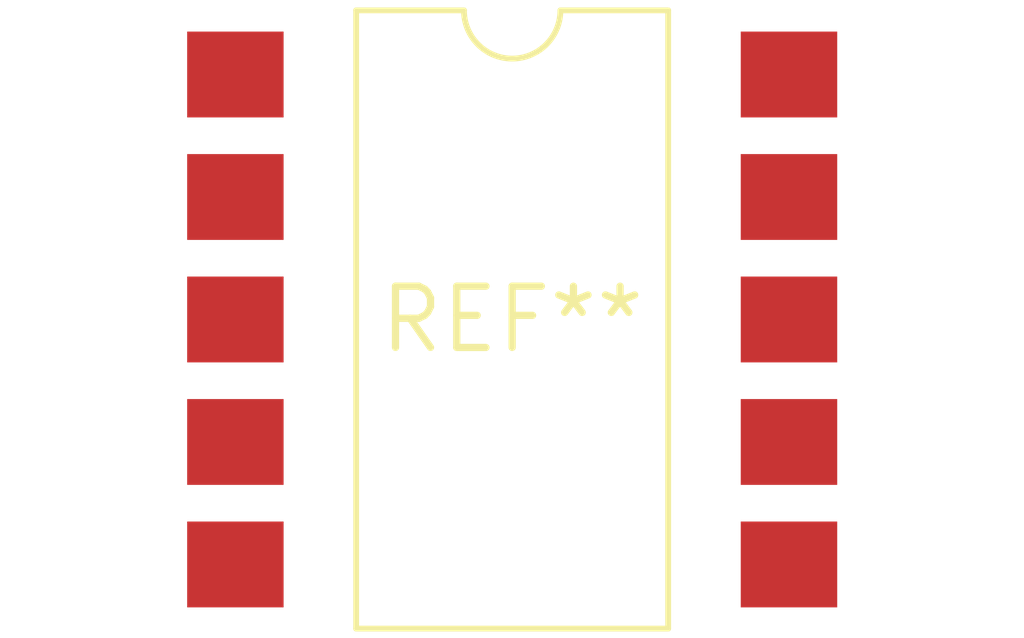
<source format=kicad_pcb>
(kicad_pcb (version 20240108) (generator pcbnew)
  (layers (0 "F.Cu" signal) (31 "B.Cu" signal) (34 "B.Paste" user) (35 "F.Paste" user) (36 "B.SilkS" user "B.Silkscreen") (37 "F.SilkS" user "F.Silkscreen") (38 "B.Mask" user) (39 "F.Mask" user) (44 "Edge.Cuts" user))
  (net 0 "")
  (footprint "SMDIP-10_W11.48mm" (layer "F.Cu") (at 0 0)
    (property "Reference" "REF**")
    (property "Value" "SMDIP-10_W11.48mm")
    (fp_line (start -3.235 -6.41) (end -3.235 6.41) (layer "F.SilkS") (stroke (width 0.12)))
    (fp_line (start -3.235 6.41) (end 3.235 6.41) (layer "F.SilkS") (stroke (width 0.12)))
    (fp_line (start -1 -6.41) (end -3.235 -6.41) (layer "F.SilkS") (stroke (width 0.12)))
    (fp_line (start 3.235 -6.41) (end 1 -6.41) (layer "F.SilkS") (stroke (width 0.12)))
    (fp_line (start 3.235 6.41) (end 3.235 -6.41) (layer "F.SilkS") (stroke (width 0.12)))
    (fp_arc (start 1 -6.41) (mid 0 -5.41) (end -1 -6.41) (layer "F.SilkS") (stroke (width 0.12)))
    (pad "1" smd rect (at -5.74 -5.08) (size 2 1.78) (layers "F.Cu" "F.Paste" "F.Mask"))
    (pad "2" smd rect (at -5.74 -2.54) (size 2 1.78) (layers "F.Cu" "F.Paste" "F.Mask"))
    (pad "3" smd rect (at -5.74 0) (size 2 1.78) (layers "F.Cu" "F.Paste" "F.Mask"))
    (pad "4" smd rect (at -5.74 2.54) (size 2 1.78) (layers "F.Cu" "F.Paste" "F.Mask"))
    (pad "5" smd rect (at -5.74 5.08) (size 2 1.78) (layers "F.Cu" "F.Paste" "F.Mask"))
    (pad "6" smd rect (at 5.74 5.08) (size 2 1.78) (layers "F.Cu" "F.Paste" "F.Mask"))
    (pad "7" smd rect (at 5.74 2.54) (size 2 1.78) (layers "F.Cu" "F.Paste" "F.Mask"))
    (pad "8" smd rect (at 5.74 0) (size 2 1.78) (layers "F.Cu" "F.Paste" "F.Mask"))
    (pad "9" smd rect (at 5.74 -2.54) (size 2 1.78) (layers "F.Cu" "F.Paste" "F.Mask"))
    (pad "10" smd rect (at 5.74 -5.08) (size 2 1.78) (layers "F.Cu" "F.Paste" "F.Mask"))
  )
)
</source>
